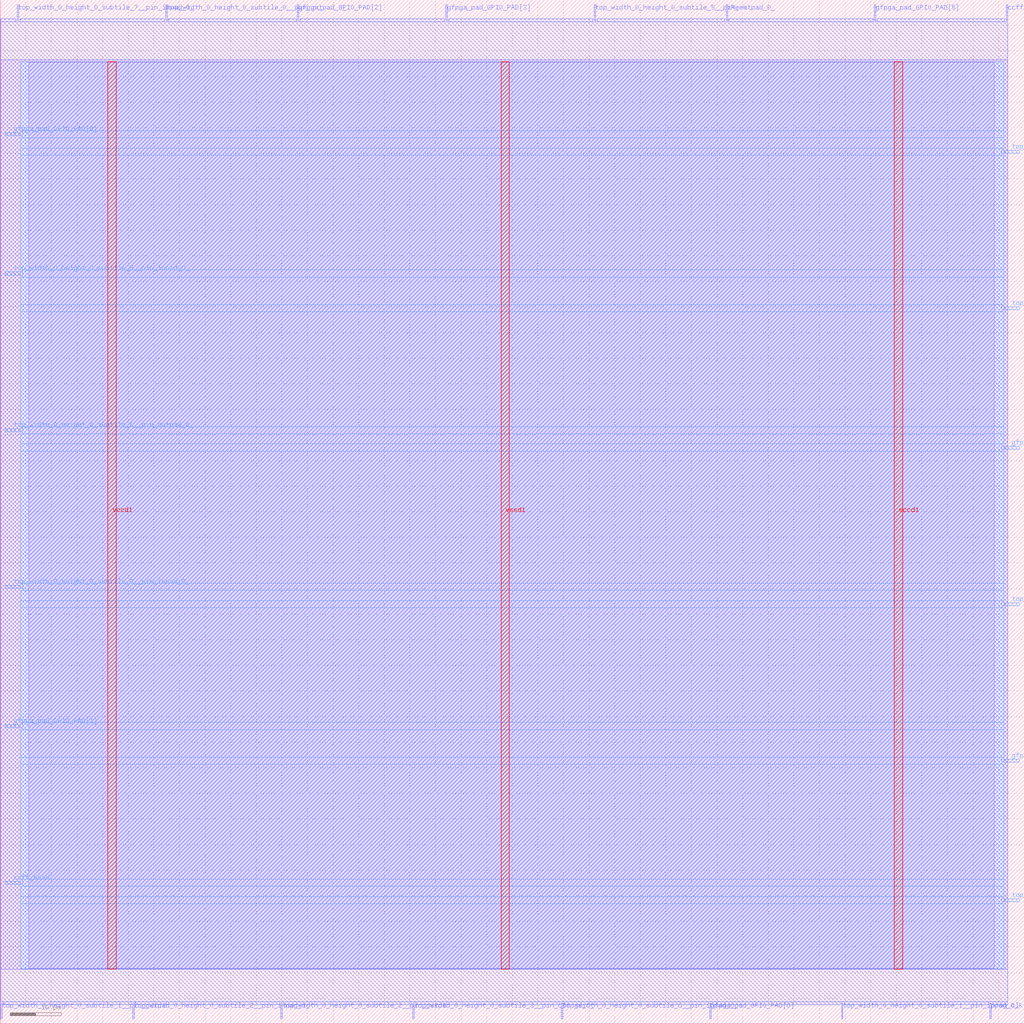
<source format=lef>
VERSION 5.7 ;
  NOWIREEXTENSIONATPIN ON ;
  DIVIDERCHAR "/" ;
  BUSBITCHARS "[]" ;
MACRO grid_io_bottom
  CLASS BLOCK ;
  FOREIGN grid_io_bottom ;
  ORIGIN 0.000 0.000 ;
  SIZE 200.000 BY 200.000 ;
  PIN ccff_head
    DIRECTION INPUT ;
    USE SIGNAL ;
    PORT
      LAYER met3 ;
        RECT 1.000 27.240 4.000 27.840 ;
    END
  END ccff_head
  PIN ccff_tail
    DIRECTION OUTPUT TRISTATE ;
    USE SIGNAL ;
    PORT
      LAYER met2 ;
        RECT 196.510 196.000 196.790 199.000 ;
    END
  END ccff_tail
  PIN gfpga_pad_GPIO_PAD[0]
    DIRECTION INOUT ;
    USE SIGNAL ;
    PORT
      LAYER met3 ;
        RECT 1.000 173.440 4.000 174.040 ;
    END
  END gfpga_pad_GPIO_PAD[0]
  PIN gfpga_pad_GPIO_PAD[1]
    DIRECTION INOUT ;
    USE SIGNAL ;
    PORT
      LAYER met3 ;
        RECT 1.000 57.840 4.000 58.440 ;
    END
  END gfpga_pad_GPIO_PAD[1]
  PIN gfpga_pad_GPIO_PAD[2]
    DIRECTION INOUT ;
    USE SIGNAL ;
    PORT
      LAYER met2 ;
        RECT 58.050 196.000 58.330 199.000 ;
    END
  END gfpga_pad_GPIO_PAD[2]
  PIN gfpga_pad_GPIO_PAD[3]
    DIRECTION INOUT ;
    USE SIGNAL ;
    PORT
      LAYER met2 ;
        RECT 87.030 196.000 87.310 199.000 ;
    END
  END gfpga_pad_GPIO_PAD[3]
  PIN gfpga_pad_GPIO_PAD[4]
    DIRECTION INOUT ;
    USE SIGNAL ;
    PORT
      LAYER met3 ;
        RECT 196.000 51.040 199.000 51.640 ;
    END
  END gfpga_pad_GPIO_PAD[4]
  PIN gfpga_pad_GPIO_PAD[5]
    DIRECTION INOUT ;
    USE SIGNAL ;
    PORT
      LAYER met2 ;
        RECT 170.750 196.000 171.030 199.000 ;
    END
  END gfpga_pad_GPIO_PAD[5]
  PIN gfpga_pad_GPIO_PAD[6]
    DIRECTION INOUT ;
    USE SIGNAL ;
    PORT
      LAYER met2 ;
        RECT 138.550 1.000 138.830 4.000 ;
    END
  END gfpga_pad_GPIO_PAD[6]
  PIN gfpga_pad_GPIO_PAD[7]
    DIRECTION INOUT ;
    USE SIGNAL ;
    PORT
      LAYER met3 ;
        RECT 196.000 112.240 199.000 112.840 ;
    END
  END gfpga_pad_GPIO_PAD[7]
  PIN pReset
    DIRECTION INPUT ;
    USE SIGNAL ;
    PORT
      LAYER met2 ;
        RECT 141.770 196.000 142.050 199.000 ;
    END
  END pReset
  PIN prog_clk
    DIRECTION INPUT ;
    USE SIGNAL ;
    PORT
      LAYER met2 ;
        RECT 193.290 1.000 193.570 4.000 ;
    END
  END prog_clk
  PIN top_width_0_height_0_subtile_0__pin_inpad_0_
    DIRECTION OUTPUT TRISTATE ;
    USE SIGNAL ;
    PORT
      LAYER met3 ;
        RECT 1.000 85.040 4.000 85.640 ;
    END
  END top_width_0_height_0_subtile_0__pin_inpad_0_
  PIN top_width_0_height_0_subtile_0__pin_outpad_0_
    DIRECTION INPUT ;
    USE SIGNAL ;
    PORT
      LAYER met2 ;
        RECT 32.290 196.000 32.570 199.000 ;
    END
  END top_width_0_height_0_subtile_0__pin_outpad_0_
  PIN top_width_0_height_0_subtile_1__pin_inpad_0_
    DIRECTION OUTPUT TRISTATE ;
    USE SIGNAL ;
    PORT
      LAYER met2 ;
        RECT 164.310 1.000 164.590 4.000 ;
    END
  END top_width_0_height_0_subtile_1__pin_inpad_0_
  PIN top_width_0_height_0_subtile_1__pin_outpad_0_
    DIRECTION INPUT ;
    USE SIGNAL ;
    PORT
      LAYER met2 ;
        RECT 0.090 1.000 0.370 4.000 ;
    END
  END top_width_0_height_0_subtile_1__pin_outpad_0_
  PIN top_width_0_height_0_subtile_2__pin_inpad_0_
    DIRECTION OUTPUT TRISTATE ;
    USE SIGNAL ;
    PORT
      LAYER met2 ;
        RECT 25.850 1.000 26.130 4.000 ;
    END
  END top_width_0_height_0_subtile_2__pin_inpad_0_
  PIN top_width_0_height_0_subtile_2__pin_outpad_0_
    DIRECTION INPUT ;
    USE SIGNAL ;
    PORT
      LAYER met2 ;
        RECT 54.830 1.000 55.110 4.000 ;
    END
  END top_width_0_height_0_subtile_2__pin_outpad_0_
  PIN top_width_0_height_0_subtile_3__pin_inpad_0_
    DIRECTION OUTPUT TRISTATE ;
    USE SIGNAL ;
    PORT
      LAYER met3 ;
        RECT 196.000 23.840 199.000 24.440 ;
    END
  END top_width_0_height_0_subtile_3__pin_inpad_0_
  PIN top_width_0_height_0_subtile_3__pin_outpad_0_
    DIRECTION INPUT ;
    USE SIGNAL ;
    PORT
      LAYER met2 ;
        RECT 80.590 1.000 80.870 4.000 ;
    END
  END top_width_0_height_0_subtile_3__pin_outpad_0_
  PIN top_width_0_height_0_subtile_4__pin_inpad_0_
    DIRECTION OUTPUT TRISTATE ;
    USE SIGNAL ;
    PORT
      LAYER met3 ;
        RECT 196.000 139.440 199.000 140.040 ;
    END
  END top_width_0_height_0_subtile_4__pin_inpad_0_
  PIN top_width_0_height_0_subtile_4__pin_outpad_0_
    DIRECTION INPUT ;
    USE SIGNAL ;
    PORT
      LAYER met3 ;
        RECT 196.000 170.040 199.000 170.640 ;
    END
  END top_width_0_height_0_subtile_4__pin_outpad_0_
  PIN top_width_0_height_0_subtile_5__pin_inpad_0_
    DIRECTION OUTPUT TRISTATE ;
    USE SIGNAL ;
    PORT
      LAYER met3 ;
        RECT 1.000 146.240 4.000 146.840 ;
    END
  END top_width_0_height_0_subtile_5__pin_inpad_0_
  PIN top_width_0_height_0_subtile_5__pin_outpad_0_
    DIRECTION INPUT ;
    USE SIGNAL ;
    PORT
      LAYER met2 ;
        RECT 116.010 196.000 116.290 199.000 ;
    END
  END top_width_0_height_0_subtile_5__pin_outpad_0_
  PIN top_width_0_height_0_subtile_6__pin_inpad_0_
    DIRECTION OUTPUT TRISTATE ;
    USE SIGNAL ;
    PORT
      LAYER met2 ;
        RECT 109.570 1.000 109.850 4.000 ;
    END
  END top_width_0_height_0_subtile_6__pin_inpad_0_
  PIN top_width_0_height_0_subtile_6__pin_outpad_0_
    DIRECTION INPUT ;
    USE SIGNAL ;
    PORT
      LAYER met3 ;
        RECT 1.000 115.640 4.000 116.240 ;
    END
  END top_width_0_height_0_subtile_6__pin_outpad_0_
  PIN top_width_0_height_0_subtile_7__pin_inpad_0_
    DIRECTION OUTPUT TRISTATE ;
    USE SIGNAL ;
    PORT
      LAYER met2 ;
        RECT 3.310 196.000 3.590 199.000 ;
    END
  END top_width_0_height_0_subtile_7__pin_inpad_0_
  PIN top_width_0_height_0_subtile_7__pin_outpad_0_
    DIRECTION INPUT ;
    USE SIGNAL ;
    PORT
      LAYER met3 ;
        RECT 196.000 81.640 199.000 82.240 ;
    END
  END top_width_0_height_0_subtile_7__pin_outpad_0_
  PIN vccd1
    DIRECTION INOUT ;
    USE POWER ;
    PORT
      LAYER met4 ;
        RECT 21.040 10.640 22.640 187.920 ;
    END
    PORT
      LAYER met4 ;
        RECT 174.640 10.640 176.240 187.920 ;
    END
  END vccd1
  PIN vssd1
    DIRECTION INOUT ;
    USE GROUND ;
    PORT
      LAYER met4 ;
        RECT 97.840 10.640 99.440 187.920 ;
    END
  END vssd1
  OBS
      LAYER li1 ;
        RECT 5.520 10.795 194.120 187.765 ;
      LAYER met1 ;
        RECT 0.070 10.640 196.810 188.320 ;
      LAYER met2 ;
        RECT 0.100 195.720 3.030 196.250 ;
        RECT 3.870 195.720 32.010 196.250 ;
        RECT 32.850 195.720 57.770 196.250 ;
        RECT 58.610 195.720 86.750 196.250 ;
        RECT 87.590 195.720 115.730 196.250 ;
        RECT 116.570 195.720 141.490 196.250 ;
        RECT 142.330 195.720 170.470 196.250 ;
        RECT 171.310 195.720 196.230 196.250 ;
        RECT 0.100 4.280 196.780 195.720 ;
        RECT 0.650 3.670 25.570 4.280 ;
        RECT 26.410 3.670 54.550 4.280 ;
        RECT 55.390 3.670 80.310 4.280 ;
        RECT 81.150 3.670 109.290 4.280 ;
        RECT 110.130 3.670 138.270 4.280 ;
        RECT 139.110 3.670 164.030 4.280 ;
        RECT 164.870 3.670 193.010 4.280 ;
        RECT 193.850 3.670 196.780 4.280 ;
      LAYER met3 ;
        RECT 4.000 174.440 196.000 187.845 ;
        RECT 4.400 173.040 196.000 174.440 ;
        RECT 4.000 171.040 196.000 173.040 ;
        RECT 4.000 169.640 195.600 171.040 ;
        RECT 4.000 147.240 196.000 169.640 ;
        RECT 4.400 145.840 196.000 147.240 ;
        RECT 4.000 140.440 196.000 145.840 ;
        RECT 4.000 139.040 195.600 140.440 ;
        RECT 4.000 116.640 196.000 139.040 ;
        RECT 4.400 115.240 196.000 116.640 ;
        RECT 4.000 113.240 196.000 115.240 ;
        RECT 4.000 111.840 195.600 113.240 ;
        RECT 4.000 86.040 196.000 111.840 ;
        RECT 4.400 84.640 196.000 86.040 ;
        RECT 4.000 82.640 196.000 84.640 ;
        RECT 4.000 81.240 195.600 82.640 ;
        RECT 4.000 58.840 196.000 81.240 ;
        RECT 4.400 57.440 196.000 58.840 ;
        RECT 4.000 52.040 196.000 57.440 ;
        RECT 4.000 50.640 195.600 52.040 ;
        RECT 4.000 28.240 196.000 50.640 ;
        RECT 4.400 26.840 196.000 28.240 ;
        RECT 4.000 24.840 196.000 26.840 ;
        RECT 4.000 23.440 195.600 24.840 ;
        RECT 4.000 10.715 196.000 23.440 ;
  END
END grid_io_bottom
END LIBRARY


</source>
